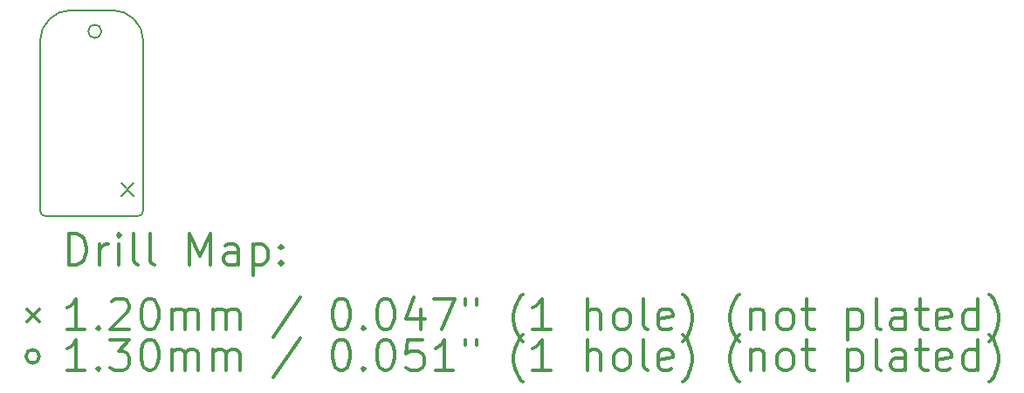
<source format=gbr>
%FSLAX45Y45*%
G04 Gerber Fmt 4.5, Leading zero omitted, Abs format (unit mm)*
G04 Created by KiCad (PCBNEW (5.0.2)-1) date 30/04/2019 17:31:21*
%MOMM*%
%LPD*%
G01*
G04 APERTURE LIST*
%ADD10C,0.150000*%
%ADD11C,0.200000*%
%ADD12C,0.300000*%
G04 APERTURE END LIST*
D10*
X15400000Y-9800000D02*
G75*
G03X15100000Y-9500000I-300000J0D01*
G01*
X14700000Y-9500000D02*
G75*
G03X14400000Y-9800000I0J-300000D01*
G01*
X14400000Y-11450000D02*
G75*
G03X14450000Y-11500000I50000J0D01*
G01*
X15350000Y-11500000D02*
G75*
G03X15400000Y-11450000I0J50000D01*
G01*
X14400000Y-9800000D02*
X14400000Y-11450000D01*
X15100000Y-9500000D02*
X14700000Y-9500000D01*
X15400000Y-11450000D02*
X15400000Y-9800000D01*
X14450000Y-11500000D02*
X15350000Y-11500000D01*
D11*
X15190000Y-11183000D02*
X15310000Y-11303000D01*
X15310000Y-11183000D02*
X15190000Y-11303000D01*
X14996000Y-9705263D02*
G75*
G03X14996000Y-9705263I-65000J0D01*
G01*
D12*
X14678928Y-11973214D02*
X14678928Y-11673214D01*
X14750357Y-11673214D01*
X14793214Y-11687500D01*
X14821786Y-11716071D01*
X14836071Y-11744643D01*
X14850357Y-11801786D01*
X14850357Y-11844643D01*
X14836071Y-11901786D01*
X14821786Y-11930357D01*
X14793214Y-11958929D01*
X14750357Y-11973214D01*
X14678928Y-11973214D01*
X14978928Y-11973214D02*
X14978928Y-11773214D01*
X14978928Y-11830357D02*
X14993214Y-11801786D01*
X15007500Y-11787500D01*
X15036071Y-11773214D01*
X15064643Y-11773214D01*
X15164643Y-11973214D02*
X15164643Y-11773214D01*
X15164643Y-11673214D02*
X15150357Y-11687500D01*
X15164643Y-11701786D01*
X15178928Y-11687500D01*
X15164643Y-11673214D01*
X15164643Y-11701786D01*
X15350357Y-11973214D02*
X15321786Y-11958929D01*
X15307500Y-11930357D01*
X15307500Y-11673214D01*
X15507500Y-11973214D02*
X15478928Y-11958929D01*
X15464643Y-11930357D01*
X15464643Y-11673214D01*
X15850357Y-11973214D02*
X15850357Y-11673214D01*
X15950357Y-11887500D01*
X16050357Y-11673214D01*
X16050357Y-11973214D01*
X16321786Y-11973214D02*
X16321786Y-11816071D01*
X16307500Y-11787500D01*
X16278928Y-11773214D01*
X16221786Y-11773214D01*
X16193214Y-11787500D01*
X16321786Y-11958929D02*
X16293214Y-11973214D01*
X16221786Y-11973214D01*
X16193214Y-11958929D01*
X16178928Y-11930357D01*
X16178928Y-11901786D01*
X16193214Y-11873214D01*
X16221786Y-11858929D01*
X16293214Y-11858929D01*
X16321786Y-11844643D01*
X16464643Y-11773214D02*
X16464643Y-12073214D01*
X16464643Y-11787500D02*
X16493214Y-11773214D01*
X16550357Y-11773214D01*
X16578928Y-11787500D01*
X16593214Y-11801786D01*
X16607500Y-11830357D01*
X16607500Y-11916071D01*
X16593214Y-11944643D01*
X16578928Y-11958929D01*
X16550357Y-11973214D01*
X16493214Y-11973214D01*
X16464643Y-11958929D01*
X16736071Y-11944643D02*
X16750357Y-11958929D01*
X16736071Y-11973214D01*
X16721786Y-11958929D01*
X16736071Y-11944643D01*
X16736071Y-11973214D01*
X16736071Y-11787500D02*
X16750357Y-11801786D01*
X16736071Y-11816071D01*
X16721786Y-11801786D01*
X16736071Y-11787500D01*
X16736071Y-11816071D01*
X14272500Y-12407500D02*
X14392500Y-12527500D01*
X14392500Y-12407500D02*
X14272500Y-12527500D01*
X14836071Y-12603214D02*
X14664643Y-12603214D01*
X14750357Y-12603214D02*
X14750357Y-12303214D01*
X14721786Y-12346071D01*
X14693214Y-12374643D01*
X14664643Y-12388929D01*
X14964643Y-12574643D02*
X14978928Y-12588929D01*
X14964643Y-12603214D01*
X14950357Y-12588929D01*
X14964643Y-12574643D01*
X14964643Y-12603214D01*
X15093214Y-12331786D02*
X15107500Y-12317500D01*
X15136071Y-12303214D01*
X15207500Y-12303214D01*
X15236071Y-12317500D01*
X15250357Y-12331786D01*
X15264643Y-12360357D01*
X15264643Y-12388929D01*
X15250357Y-12431786D01*
X15078928Y-12603214D01*
X15264643Y-12603214D01*
X15450357Y-12303214D02*
X15478928Y-12303214D01*
X15507500Y-12317500D01*
X15521786Y-12331786D01*
X15536071Y-12360357D01*
X15550357Y-12417500D01*
X15550357Y-12488929D01*
X15536071Y-12546071D01*
X15521786Y-12574643D01*
X15507500Y-12588929D01*
X15478928Y-12603214D01*
X15450357Y-12603214D01*
X15421786Y-12588929D01*
X15407500Y-12574643D01*
X15393214Y-12546071D01*
X15378928Y-12488929D01*
X15378928Y-12417500D01*
X15393214Y-12360357D01*
X15407500Y-12331786D01*
X15421786Y-12317500D01*
X15450357Y-12303214D01*
X15678928Y-12603214D02*
X15678928Y-12403214D01*
X15678928Y-12431786D02*
X15693214Y-12417500D01*
X15721786Y-12403214D01*
X15764643Y-12403214D01*
X15793214Y-12417500D01*
X15807500Y-12446071D01*
X15807500Y-12603214D01*
X15807500Y-12446071D02*
X15821786Y-12417500D01*
X15850357Y-12403214D01*
X15893214Y-12403214D01*
X15921786Y-12417500D01*
X15936071Y-12446071D01*
X15936071Y-12603214D01*
X16078928Y-12603214D02*
X16078928Y-12403214D01*
X16078928Y-12431786D02*
X16093214Y-12417500D01*
X16121786Y-12403214D01*
X16164643Y-12403214D01*
X16193214Y-12417500D01*
X16207500Y-12446071D01*
X16207500Y-12603214D01*
X16207500Y-12446071D02*
X16221786Y-12417500D01*
X16250357Y-12403214D01*
X16293214Y-12403214D01*
X16321786Y-12417500D01*
X16336071Y-12446071D01*
X16336071Y-12603214D01*
X16921786Y-12288929D02*
X16664643Y-12674643D01*
X17307500Y-12303214D02*
X17336071Y-12303214D01*
X17364643Y-12317500D01*
X17378928Y-12331786D01*
X17393214Y-12360357D01*
X17407500Y-12417500D01*
X17407500Y-12488929D01*
X17393214Y-12546071D01*
X17378928Y-12574643D01*
X17364643Y-12588929D01*
X17336071Y-12603214D01*
X17307500Y-12603214D01*
X17278928Y-12588929D01*
X17264643Y-12574643D01*
X17250357Y-12546071D01*
X17236071Y-12488929D01*
X17236071Y-12417500D01*
X17250357Y-12360357D01*
X17264643Y-12331786D01*
X17278928Y-12317500D01*
X17307500Y-12303214D01*
X17536071Y-12574643D02*
X17550357Y-12588929D01*
X17536071Y-12603214D01*
X17521786Y-12588929D01*
X17536071Y-12574643D01*
X17536071Y-12603214D01*
X17736071Y-12303214D02*
X17764643Y-12303214D01*
X17793214Y-12317500D01*
X17807500Y-12331786D01*
X17821786Y-12360357D01*
X17836071Y-12417500D01*
X17836071Y-12488929D01*
X17821786Y-12546071D01*
X17807500Y-12574643D01*
X17793214Y-12588929D01*
X17764643Y-12603214D01*
X17736071Y-12603214D01*
X17707500Y-12588929D01*
X17693214Y-12574643D01*
X17678928Y-12546071D01*
X17664643Y-12488929D01*
X17664643Y-12417500D01*
X17678928Y-12360357D01*
X17693214Y-12331786D01*
X17707500Y-12317500D01*
X17736071Y-12303214D01*
X18093214Y-12403214D02*
X18093214Y-12603214D01*
X18021786Y-12288929D02*
X17950357Y-12503214D01*
X18136071Y-12503214D01*
X18221786Y-12303214D02*
X18421786Y-12303214D01*
X18293214Y-12603214D01*
X18521786Y-12303214D02*
X18521786Y-12360357D01*
X18636071Y-12303214D02*
X18636071Y-12360357D01*
X19078928Y-12717500D02*
X19064643Y-12703214D01*
X19036071Y-12660357D01*
X19021786Y-12631786D01*
X19007500Y-12588929D01*
X18993214Y-12517500D01*
X18993214Y-12460357D01*
X19007500Y-12388929D01*
X19021786Y-12346071D01*
X19036071Y-12317500D01*
X19064643Y-12274643D01*
X19078928Y-12260357D01*
X19350357Y-12603214D02*
X19178928Y-12603214D01*
X19264643Y-12603214D02*
X19264643Y-12303214D01*
X19236071Y-12346071D01*
X19207500Y-12374643D01*
X19178928Y-12388929D01*
X19707500Y-12603214D02*
X19707500Y-12303214D01*
X19836071Y-12603214D02*
X19836071Y-12446071D01*
X19821786Y-12417500D01*
X19793214Y-12403214D01*
X19750357Y-12403214D01*
X19721786Y-12417500D01*
X19707500Y-12431786D01*
X20021786Y-12603214D02*
X19993214Y-12588929D01*
X19978928Y-12574643D01*
X19964643Y-12546071D01*
X19964643Y-12460357D01*
X19978928Y-12431786D01*
X19993214Y-12417500D01*
X20021786Y-12403214D01*
X20064643Y-12403214D01*
X20093214Y-12417500D01*
X20107500Y-12431786D01*
X20121786Y-12460357D01*
X20121786Y-12546071D01*
X20107500Y-12574643D01*
X20093214Y-12588929D01*
X20064643Y-12603214D01*
X20021786Y-12603214D01*
X20293214Y-12603214D02*
X20264643Y-12588929D01*
X20250357Y-12560357D01*
X20250357Y-12303214D01*
X20521786Y-12588929D02*
X20493214Y-12603214D01*
X20436071Y-12603214D01*
X20407500Y-12588929D01*
X20393214Y-12560357D01*
X20393214Y-12446071D01*
X20407500Y-12417500D01*
X20436071Y-12403214D01*
X20493214Y-12403214D01*
X20521786Y-12417500D01*
X20536071Y-12446071D01*
X20536071Y-12474643D01*
X20393214Y-12503214D01*
X20636071Y-12717500D02*
X20650357Y-12703214D01*
X20678928Y-12660357D01*
X20693214Y-12631786D01*
X20707500Y-12588929D01*
X20721786Y-12517500D01*
X20721786Y-12460357D01*
X20707500Y-12388929D01*
X20693214Y-12346071D01*
X20678928Y-12317500D01*
X20650357Y-12274643D01*
X20636071Y-12260357D01*
X21178928Y-12717500D02*
X21164643Y-12703214D01*
X21136071Y-12660357D01*
X21121786Y-12631786D01*
X21107500Y-12588929D01*
X21093214Y-12517500D01*
X21093214Y-12460357D01*
X21107500Y-12388929D01*
X21121786Y-12346071D01*
X21136071Y-12317500D01*
X21164643Y-12274643D01*
X21178928Y-12260357D01*
X21293214Y-12403214D02*
X21293214Y-12603214D01*
X21293214Y-12431786D02*
X21307500Y-12417500D01*
X21336071Y-12403214D01*
X21378928Y-12403214D01*
X21407500Y-12417500D01*
X21421786Y-12446071D01*
X21421786Y-12603214D01*
X21607500Y-12603214D02*
X21578928Y-12588929D01*
X21564643Y-12574643D01*
X21550357Y-12546071D01*
X21550357Y-12460357D01*
X21564643Y-12431786D01*
X21578928Y-12417500D01*
X21607500Y-12403214D01*
X21650357Y-12403214D01*
X21678928Y-12417500D01*
X21693214Y-12431786D01*
X21707500Y-12460357D01*
X21707500Y-12546071D01*
X21693214Y-12574643D01*
X21678928Y-12588929D01*
X21650357Y-12603214D01*
X21607500Y-12603214D01*
X21793214Y-12403214D02*
X21907500Y-12403214D01*
X21836071Y-12303214D02*
X21836071Y-12560357D01*
X21850357Y-12588929D01*
X21878928Y-12603214D01*
X21907500Y-12603214D01*
X22236071Y-12403214D02*
X22236071Y-12703214D01*
X22236071Y-12417500D02*
X22264643Y-12403214D01*
X22321786Y-12403214D01*
X22350357Y-12417500D01*
X22364643Y-12431786D01*
X22378928Y-12460357D01*
X22378928Y-12546071D01*
X22364643Y-12574643D01*
X22350357Y-12588929D01*
X22321786Y-12603214D01*
X22264643Y-12603214D01*
X22236071Y-12588929D01*
X22550357Y-12603214D02*
X22521786Y-12588929D01*
X22507500Y-12560357D01*
X22507500Y-12303214D01*
X22793214Y-12603214D02*
X22793214Y-12446071D01*
X22778928Y-12417500D01*
X22750357Y-12403214D01*
X22693214Y-12403214D01*
X22664643Y-12417500D01*
X22793214Y-12588929D02*
X22764643Y-12603214D01*
X22693214Y-12603214D01*
X22664643Y-12588929D01*
X22650357Y-12560357D01*
X22650357Y-12531786D01*
X22664643Y-12503214D01*
X22693214Y-12488929D01*
X22764643Y-12488929D01*
X22793214Y-12474643D01*
X22893214Y-12403214D02*
X23007500Y-12403214D01*
X22936071Y-12303214D02*
X22936071Y-12560357D01*
X22950357Y-12588929D01*
X22978928Y-12603214D01*
X23007500Y-12603214D01*
X23221786Y-12588929D02*
X23193214Y-12603214D01*
X23136071Y-12603214D01*
X23107500Y-12588929D01*
X23093214Y-12560357D01*
X23093214Y-12446071D01*
X23107500Y-12417500D01*
X23136071Y-12403214D01*
X23193214Y-12403214D01*
X23221786Y-12417500D01*
X23236071Y-12446071D01*
X23236071Y-12474643D01*
X23093214Y-12503214D01*
X23493214Y-12603214D02*
X23493214Y-12303214D01*
X23493214Y-12588929D02*
X23464643Y-12603214D01*
X23407500Y-12603214D01*
X23378928Y-12588929D01*
X23364643Y-12574643D01*
X23350357Y-12546071D01*
X23350357Y-12460357D01*
X23364643Y-12431786D01*
X23378928Y-12417500D01*
X23407500Y-12403214D01*
X23464643Y-12403214D01*
X23493214Y-12417500D01*
X23607500Y-12717500D02*
X23621786Y-12703214D01*
X23650357Y-12660357D01*
X23664643Y-12631786D01*
X23678928Y-12588929D01*
X23693214Y-12517500D01*
X23693214Y-12460357D01*
X23678928Y-12388929D01*
X23664643Y-12346071D01*
X23650357Y-12317500D01*
X23621786Y-12274643D01*
X23607500Y-12260357D01*
X14392500Y-12863500D02*
G75*
G03X14392500Y-12863500I-65000J0D01*
G01*
X14836071Y-12999214D02*
X14664643Y-12999214D01*
X14750357Y-12999214D02*
X14750357Y-12699214D01*
X14721786Y-12742071D01*
X14693214Y-12770643D01*
X14664643Y-12784929D01*
X14964643Y-12970643D02*
X14978928Y-12984929D01*
X14964643Y-12999214D01*
X14950357Y-12984929D01*
X14964643Y-12970643D01*
X14964643Y-12999214D01*
X15078928Y-12699214D02*
X15264643Y-12699214D01*
X15164643Y-12813500D01*
X15207500Y-12813500D01*
X15236071Y-12827786D01*
X15250357Y-12842071D01*
X15264643Y-12870643D01*
X15264643Y-12942071D01*
X15250357Y-12970643D01*
X15236071Y-12984929D01*
X15207500Y-12999214D01*
X15121786Y-12999214D01*
X15093214Y-12984929D01*
X15078928Y-12970643D01*
X15450357Y-12699214D02*
X15478928Y-12699214D01*
X15507500Y-12713500D01*
X15521786Y-12727786D01*
X15536071Y-12756357D01*
X15550357Y-12813500D01*
X15550357Y-12884929D01*
X15536071Y-12942071D01*
X15521786Y-12970643D01*
X15507500Y-12984929D01*
X15478928Y-12999214D01*
X15450357Y-12999214D01*
X15421786Y-12984929D01*
X15407500Y-12970643D01*
X15393214Y-12942071D01*
X15378928Y-12884929D01*
X15378928Y-12813500D01*
X15393214Y-12756357D01*
X15407500Y-12727786D01*
X15421786Y-12713500D01*
X15450357Y-12699214D01*
X15678928Y-12999214D02*
X15678928Y-12799214D01*
X15678928Y-12827786D02*
X15693214Y-12813500D01*
X15721786Y-12799214D01*
X15764643Y-12799214D01*
X15793214Y-12813500D01*
X15807500Y-12842071D01*
X15807500Y-12999214D01*
X15807500Y-12842071D02*
X15821786Y-12813500D01*
X15850357Y-12799214D01*
X15893214Y-12799214D01*
X15921786Y-12813500D01*
X15936071Y-12842071D01*
X15936071Y-12999214D01*
X16078928Y-12999214D02*
X16078928Y-12799214D01*
X16078928Y-12827786D02*
X16093214Y-12813500D01*
X16121786Y-12799214D01*
X16164643Y-12799214D01*
X16193214Y-12813500D01*
X16207500Y-12842071D01*
X16207500Y-12999214D01*
X16207500Y-12842071D02*
X16221786Y-12813500D01*
X16250357Y-12799214D01*
X16293214Y-12799214D01*
X16321786Y-12813500D01*
X16336071Y-12842071D01*
X16336071Y-12999214D01*
X16921786Y-12684929D02*
X16664643Y-13070643D01*
X17307500Y-12699214D02*
X17336071Y-12699214D01*
X17364643Y-12713500D01*
X17378928Y-12727786D01*
X17393214Y-12756357D01*
X17407500Y-12813500D01*
X17407500Y-12884929D01*
X17393214Y-12942071D01*
X17378928Y-12970643D01*
X17364643Y-12984929D01*
X17336071Y-12999214D01*
X17307500Y-12999214D01*
X17278928Y-12984929D01*
X17264643Y-12970643D01*
X17250357Y-12942071D01*
X17236071Y-12884929D01*
X17236071Y-12813500D01*
X17250357Y-12756357D01*
X17264643Y-12727786D01*
X17278928Y-12713500D01*
X17307500Y-12699214D01*
X17536071Y-12970643D02*
X17550357Y-12984929D01*
X17536071Y-12999214D01*
X17521786Y-12984929D01*
X17536071Y-12970643D01*
X17536071Y-12999214D01*
X17736071Y-12699214D02*
X17764643Y-12699214D01*
X17793214Y-12713500D01*
X17807500Y-12727786D01*
X17821786Y-12756357D01*
X17836071Y-12813500D01*
X17836071Y-12884929D01*
X17821786Y-12942071D01*
X17807500Y-12970643D01*
X17793214Y-12984929D01*
X17764643Y-12999214D01*
X17736071Y-12999214D01*
X17707500Y-12984929D01*
X17693214Y-12970643D01*
X17678928Y-12942071D01*
X17664643Y-12884929D01*
X17664643Y-12813500D01*
X17678928Y-12756357D01*
X17693214Y-12727786D01*
X17707500Y-12713500D01*
X17736071Y-12699214D01*
X18107500Y-12699214D02*
X17964643Y-12699214D01*
X17950357Y-12842071D01*
X17964643Y-12827786D01*
X17993214Y-12813500D01*
X18064643Y-12813500D01*
X18093214Y-12827786D01*
X18107500Y-12842071D01*
X18121786Y-12870643D01*
X18121786Y-12942071D01*
X18107500Y-12970643D01*
X18093214Y-12984929D01*
X18064643Y-12999214D01*
X17993214Y-12999214D01*
X17964643Y-12984929D01*
X17950357Y-12970643D01*
X18407500Y-12999214D02*
X18236071Y-12999214D01*
X18321786Y-12999214D02*
X18321786Y-12699214D01*
X18293214Y-12742071D01*
X18264643Y-12770643D01*
X18236071Y-12784929D01*
X18521786Y-12699214D02*
X18521786Y-12756357D01*
X18636071Y-12699214D02*
X18636071Y-12756357D01*
X19078928Y-13113500D02*
X19064643Y-13099214D01*
X19036071Y-13056357D01*
X19021786Y-13027786D01*
X19007500Y-12984929D01*
X18993214Y-12913500D01*
X18993214Y-12856357D01*
X19007500Y-12784929D01*
X19021786Y-12742071D01*
X19036071Y-12713500D01*
X19064643Y-12670643D01*
X19078928Y-12656357D01*
X19350357Y-12999214D02*
X19178928Y-12999214D01*
X19264643Y-12999214D02*
X19264643Y-12699214D01*
X19236071Y-12742071D01*
X19207500Y-12770643D01*
X19178928Y-12784929D01*
X19707500Y-12999214D02*
X19707500Y-12699214D01*
X19836071Y-12999214D02*
X19836071Y-12842071D01*
X19821786Y-12813500D01*
X19793214Y-12799214D01*
X19750357Y-12799214D01*
X19721786Y-12813500D01*
X19707500Y-12827786D01*
X20021786Y-12999214D02*
X19993214Y-12984929D01*
X19978928Y-12970643D01*
X19964643Y-12942071D01*
X19964643Y-12856357D01*
X19978928Y-12827786D01*
X19993214Y-12813500D01*
X20021786Y-12799214D01*
X20064643Y-12799214D01*
X20093214Y-12813500D01*
X20107500Y-12827786D01*
X20121786Y-12856357D01*
X20121786Y-12942071D01*
X20107500Y-12970643D01*
X20093214Y-12984929D01*
X20064643Y-12999214D01*
X20021786Y-12999214D01*
X20293214Y-12999214D02*
X20264643Y-12984929D01*
X20250357Y-12956357D01*
X20250357Y-12699214D01*
X20521786Y-12984929D02*
X20493214Y-12999214D01*
X20436071Y-12999214D01*
X20407500Y-12984929D01*
X20393214Y-12956357D01*
X20393214Y-12842071D01*
X20407500Y-12813500D01*
X20436071Y-12799214D01*
X20493214Y-12799214D01*
X20521786Y-12813500D01*
X20536071Y-12842071D01*
X20536071Y-12870643D01*
X20393214Y-12899214D01*
X20636071Y-13113500D02*
X20650357Y-13099214D01*
X20678928Y-13056357D01*
X20693214Y-13027786D01*
X20707500Y-12984929D01*
X20721786Y-12913500D01*
X20721786Y-12856357D01*
X20707500Y-12784929D01*
X20693214Y-12742071D01*
X20678928Y-12713500D01*
X20650357Y-12670643D01*
X20636071Y-12656357D01*
X21178928Y-13113500D02*
X21164643Y-13099214D01*
X21136071Y-13056357D01*
X21121786Y-13027786D01*
X21107500Y-12984929D01*
X21093214Y-12913500D01*
X21093214Y-12856357D01*
X21107500Y-12784929D01*
X21121786Y-12742071D01*
X21136071Y-12713500D01*
X21164643Y-12670643D01*
X21178928Y-12656357D01*
X21293214Y-12799214D02*
X21293214Y-12999214D01*
X21293214Y-12827786D02*
X21307500Y-12813500D01*
X21336071Y-12799214D01*
X21378928Y-12799214D01*
X21407500Y-12813500D01*
X21421786Y-12842071D01*
X21421786Y-12999214D01*
X21607500Y-12999214D02*
X21578928Y-12984929D01*
X21564643Y-12970643D01*
X21550357Y-12942071D01*
X21550357Y-12856357D01*
X21564643Y-12827786D01*
X21578928Y-12813500D01*
X21607500Y-12799214D01*
X21650357Y-12799214D01*
X21678928Y-12813500D01*
X21693214Y-12827786D01*
X21707500Y-12856357D01*
X21707500Y-12942071D01*
X21693214Y-12970643D01*
X21678928Y-12984929D01*
X21650357Y-12999214D01*
X21607500Y-12999214D01*
X21793214Y-12799214D02*
X21907500Y-12799214D01*
X21836071Y-12699214D02*
X21836071Y-12956357D01*
X21850357Y-12984929D01*
X21878928Y-12999214D01*
X21907500Y-12999214D01*
X22236071Y-12799214D02*
X22236071Y-13099214D01*
X22236071Y-12813500D02*
X22264643Y-12799214D01*
X22321786Y-12799214D01*
X22350357Y-12813500D01*
X22364643Y-12827786D01*
X22378928Y-12856357D01*
X22378928Y-12942071D01*
X22364643Y-12970643D01*
X22350357Y-12984929D01*
X22321786Y-12999214D01*
X22264643Y-12999214D01*
X22236071Y-12984929D01*
X22550357Y-12999214D02*
X22521786Y-12984929D01*
X22507500Y-12956357D01*
X22507500Y-12699214D01*
X22793214Y-12999214D02*
X22793214Y-12842071D01*
X22778928Y-12813500D01*
X22750357Y-12799214D01*
X22693214Y-12799214D01*
X22664643Y-12813500D01*
X22793214Y-12984929D02*
X22764643Y-12999214D01*
X22693214Y-12999214D01*
X22664643Y-12984929D01*
X22650357Y-12956357D01*
X22650357Y-12927786D01*
X22664643Y-12899214D01*
X22693214Y-12884929D01*
X22764643Y-12884929D01*
X22793214Y-12870643D01*
X22893214Y-12799214D02*
X23007500Y-12799214D01*
X22936071Y-12699214D02*
X22936071Y-12956357D01*
X22950357Y-12984929D01*
X22978928Y-12999214D01*
X23007500Y-12999214D01*
X23221786Y-12984929D02*
X23193214Y-12999214D01*
X23136071Y-12999214D01*
X23107500Y-12984929D01*
X23093214Y-12956357D01*
X23093214Y-12842071D01*
X23107500Y-12813500D01*
X23136071Y-12799214D01*
X23193214Y-12799214D01*
X23221786Y-12813500D01*
X23236071Y-12842071D01*
X23236071Y-12870643D01*
X23093214Y-12899214D01*
X23493214Y-12999214D02*
X23493214Y-12699214D01*
X23493214Y-12984929D02*
X23464643Y-12999214D01*
X23407500Y-12999214D01*
X23378928Y-12984929D01*
X23364643Y-12970643D01*
X23350357Y-12942071D01*
X23350357Y-12856357D01*
X23364643Y-12827786D01*
X23378928Y-12813500D01*
X23407500Y-12799214D01*
X23464643Y-12799214D01*
X23493214Y-12813500D01*
X23607500Y-13113500D02*
X23621786Y-13099214D01*
X23650357Y-13056357D01*
X23664643Y-13027786D01*
X23678928Y-12984929D01*
X23693214Y-12913500D01*
X23693214Y-12856357D01*
X23678928Y-12784929D01*
X23664643Y-12742071D01*
X23650357Y-12713500D01*
X23621786Y-12670643D01*
X23607500Y-12656357D01*
M02*

</source>
